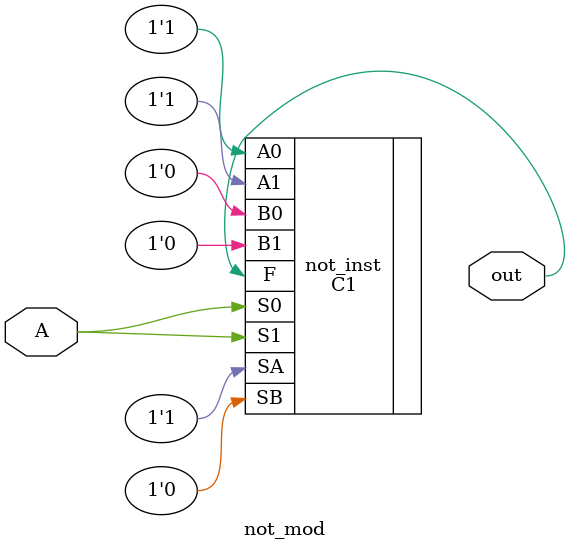
<source format=v>
module not_mod (
    input wire A,
    output wire out
);

    C1 not_inst (
        .A0(1'b1),
        .A1(1'b1),
        .SA(1'b1),
        .B0(1'b0),
        .B1(1'b0),
        .SB(1'b0),
        .S0(A),
        .S1(A),
        .F(out)
    );

endmodule
</source>
